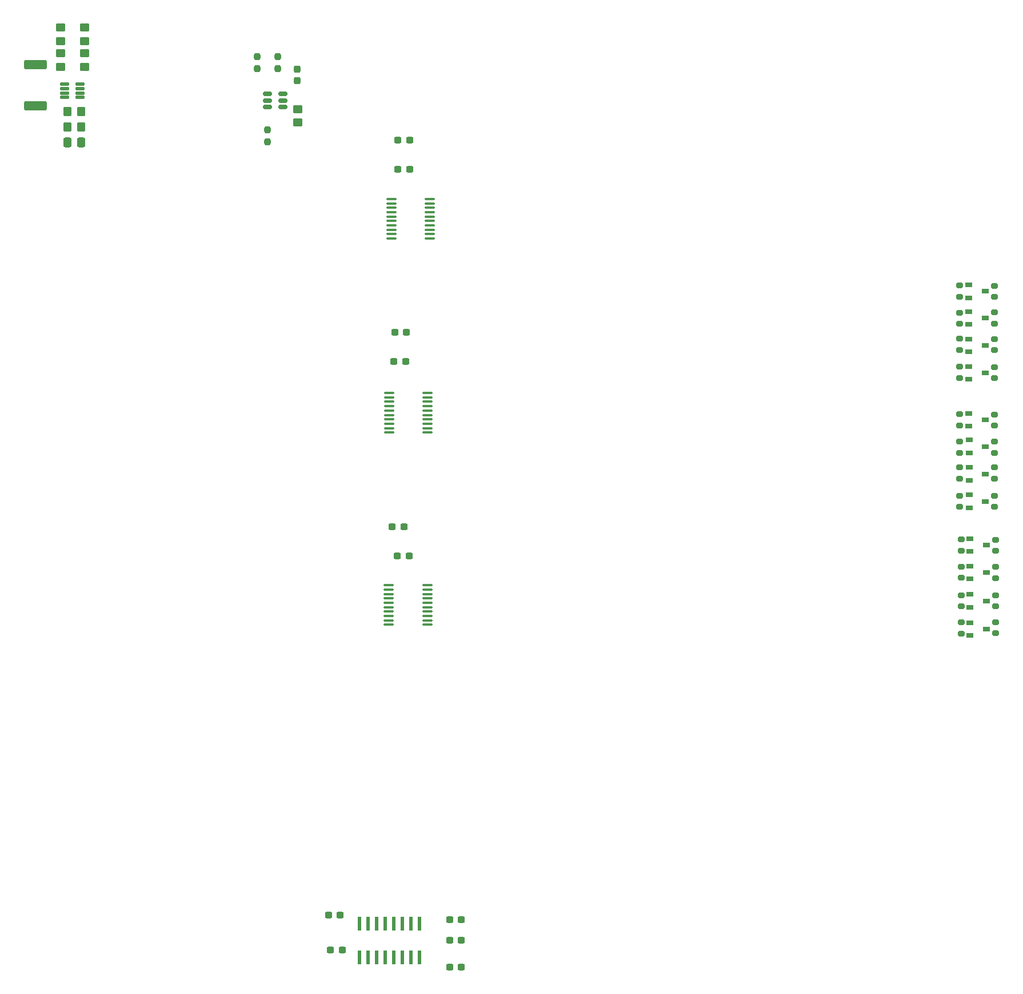
<source format=gtp>
G04 #@! TF.GenerationSoftware,KiCad,Pcbnew,(6.0.1)*
G04 #@! TF.CreationDate,2023-03-07T12:10:13-05:00*
G04 #@! TF.ProjectId,Interconnect,496e7465-7263-46f6-9e6e-6563742e6b69,1.0*
G04 #@! TF.SameCoordinates,Original*
G04 #@! TF.FileFunction,Paste,Top*
G04 #@! TF.FilePolarity,Positive*
%FSLAX46Y46*%
G04 Gerber Fmt 4.6, Leading zero omitted, Abs format (unit mm)*
G04 Created by KiCad (PCBNEW (6.0.1)) date 2023-03-07 12:10:13*
%MOMM*%
%LPD*%
G01*
G04 APERTURE LIST*
G04 Aperture macros list*
%AMRoundRect*
0 Rectangle with rounded corners*
0 $1 Rounding radius*
0 $2 $3 $4 $5 $6 $7 $8 $9 X,Y pos of 4 corners*
0 Add a 4 corners polygon primitive as box body*
4,1,4,$2,$3,$4,$5,$6,$7,$8,$9,$2,$3,0*
0 Add four circle primitives for the rounded corners*
1,1,$1+$1,$2,$3*
1,1,$1+$1,$4,$5*
1,1,$1+$1,$6,$7*
1,1,$1+$1,$8,$9*
0 Add four rect primitives between the rounded corners*
20,1,$1+$1,$2,$3,$4,$5,0*
20,1,$1+$1,$4,$5,$6,$7,0*
20,1,$1+$1,$6,$7,$8,$9,0*
20,1,$1+$1,$8,$9,$2,$3,0*%
G04 Aperture macros list end*
%ADD10RoundRect,0.200000X0.275000X-0.200000X0.275000X0.200000X-0.275000X0.200000X-0.275000X-0.200000X0*%
%ADD11R,1.000000X0.700000*%
%ADD12RoundRect,0.250000X-0.337500X-0.475000X0.337500X-0.475000X0.337500X0.475000X-0.337500X0.475000X0*%
%ADD13RoundRect,0.237500X0.237500X-0.250000X0.237500X0.250000X-0.237500X0.250000X-0.237500X-0.250000X0*%
%ADD14RoundRect,0.100000X-0.637500X-0.100000X0.637500X-0.100000X0.637500X0.100000X-0.637500X0.100000X0*%
%ADD15RoundRect,0.250000X0.350000X0.450000X-0.350000X0.450000X-0.350000X-0.450000X0.350000X-0.450000X0*%
%ADD16RoundRect,0.237500X-0.300000X-0.237500X0.300000X-0.237500X0.300000X0.237500X-0.300000X0.237500X0*%
%ADD17RoundRect,0.249999X1.425001X-0.450001X1.425001X0.450001X-1.425001X0.450001X-1.425001X-0.450001X0*%
%ADD18RoundRect,0.250000X-0.450000X0.350000X-0.450000X-0.350000X0.450000X-0.350000X0.450000X0.350000X0*%
%ADD19RoundRect,0.200000X-0.275000X0.200000X-0.275000X-0.200000X0.275000X-0.200000X0.275000X0.200000X0*%
%ADD20RoundRect,0.237500X0.300000X0.237500X-0.300000X0.237500X-0.300000X-0.237500X0.300000X-0.237500X0*%
%ADD21RoundRect,0.150000X0.512500X0.150000X-0.512500X0.150000X-0.512500X-0.150000X0.512500X-0.150000X0*%
%ADD22RoundRect,0.237500X0.237500X-0.300000X0.237500X0.300000X-0.237500X0.300000X-0.237500X-0.300000X0*%
%ADD23RoundRect,0.041300X-0.253700X0.943700X-0.253700X-0.943700X0.253700X-0.943700X0.253700X0.943700X0*%
%ADD24RoundRect,0.125000X-0.537500X-0.125000X0.537500X-0.125000X0.537500X0.125000X-0.537500X0.125000X0*%
G04 APERTURE END LIST*
D10*
X159043000Y-119184135D03*
X159043000Y-117534135D03*
D11*
X160618278Y-151232880D03*
X160618278Y-153132880D03*
X163018278Y-152182880D03*
D12*
X26884400Y-84312285D03*
X28959400Y-84312285D03*
D13*
X58039000Y-73431635D03*
X58039000Y-71606635D03*
D14*
X74861500Y-92708135D03*
X74861500Y-93358135D03*
X74861500Y-94008135D03*
X74861500Y-94658135D03*
X74861500Y-95308135D03*
X74861500Y-95958135D03*
X74861500Y-96608135D03*
X74861500Y-97258135D03*
X74861500Y-97908135D03*
X74861500Y-98558135D03*
X80586500Y-98558135D03*
X80586500Y-97908135D03*
X80586500Y-97258135D03*
X80586500Y-96608135D03*
X80586500Y-95958135D03*
X80586500Y-95308135D03*
X80586500Y-94658135D03*
X80586500Y-94008135D03*
X80586500Y-93358135D03*
X80586500Y-92708135D03*
D15*
X28900400Y-82026285D03*
X26900400Y-82026285D03*
D16*
X83530982Y-206408000D03*
X85255982Y-206408000D03*
D17*
X22185400Y-78934535D03*
X22185400Y-72834535D03*
D11*
X160458778Y-136500880D03*
X160458778Y-138400880D03*
X162858778Y-137450880D03*
D18*
X25868400Y-67310285D03*
X25868400Y-69310285D03*
D19*
X164253000Y-124604135D03*
X164253000Y-126254135D03*
D11*
X160618278Y-142977880D03*
X160618278Y-144877880D03*
X163018278Y-143927880D03*
D10*
X159273000Y-148784135D03*
X159273000Y-147134135D03*
X159273000Y-153024135D03*
X159273000Y-151374135D03*
D11*
X160443000Y-124409135D03*
X160443000Y-126309135D03*
X162843000Y-125359135D03*
D10*
X159043000Y-130254135D03*
X159043000Y-128604135D03*
D16*
X65850982Y-203868000D03*
X67575982Y-203868000D03*
D18*
X61036200Y-79367735D03*
X61036200Y-81367735D03*
D10*
X159043000Y-126204135D03*
X159043000Y-124554135D03*
D11*
X160458778Y-132436880D03*
X160458778Y-134336880D03*
X162858778Y-133386880D03*
D16*
X83513482Y-199398000D03*
X85238482Y-199398000D03*
D11*
X160618278Y-147041880D03*
X160618278Y-148941880D03*
X163018278Y-147991880D03*
D20*
X77104500Y-112401135D03*
X75379500Y-112401135D03*
D16*
X75764500Y-145495635D03*
X77489500Y-145495635D03*
D10*
X164263000Y-115054135D03*
X164263000Y-113404135D03*
D20*
X76727500Y-141177635D03*
X75002500Y-141177635D03*
D21*
X58790000Y-79057135D03*
X58790000Y-78107135D03*
X58790000Y-77157135D03*
X56515000Y-77157135D03*
X56515000Y-78107135D03*
X56515000Y-79057135D03*
D22*
X60934600Y-75210435D03*
X60934600Y-73485435D03*
D10*
X164353000Y-156979135D03*
X164353000Y-155329135D03*
D19*
X164253000Y-128614135D03*
X164253000Y-130264135D03*
D23*
X79070000Y-200000669D03*
X77800000Y-200000669D03*
X76530000Y-200000669D03*
X75260000Y-200000669D03*
X73990000Y-200000669D03*
X72720000Y-200000669D03*
X71450000Y-200000669D03*
X70180000Y-200000669D03*
X70180000Y-204950669D03*
X71450000Y-204950669D03*
X72720000Y-204950669D03*
X73990000Y-204950669D03*
X75260000Y-204950669D03*
X76530000Y-204950669D03*
X77800000Y-204950669D03*
X79070000Y-204950669D03*
D14*
X74468020Y-149872754D03*
X74468020Y-150522754D03*
X74468020Y-151172754D03*
X74468020Y-151822754D03*
X74468020Y-152472754D03*
X74468020Y-153122754D03*
X74468020Y-153772754D03*
X74468020Y-154422754D03*
X74468020Y-155072754D03*
X74468020Y-155722754D03*
X80193020Y-155722754D03*
X80193020Y-155072754D03*
X80193020Y-154422754D03*
X80193020Y-153772754D03*
X80193020Y-153122754D03*
X80193020Y-152472754D03*
X80193020Y-151822754D03*
X80193020Y-151172754D03*
X80193020Y-150522754D03*
X80193020Y-149872754D03*
D16*
X75279000Y-116719135D03*
X77004000Y-116719135D03*
D13*
X56515000Y-84250135D03*
X56515000Y-82425135D03*
X54991000Y-73431635D03*
X54991000Y-71606635D03*
D15*
X28900400Y-79740285D03*
X26900400Y-79740285D03*
D10*
X159033000Y-115044135D03*
X159033000Y-113394135D03*
X159063000Y-107144135D03*
X159063000Y-105494135D03*
D11*
X160453022Y-109351135D03*
X160453022Y-111251135D03*
X162853022Y-110301135D03*
D10*
X159033000Y-134074135D03*
X159033000Y-132424135D03*
X159273000Y-157024135D03*
X159273000Y-155374135D03*
X159043000Y-138294135D03*
X159043000Y-136644135D03*
X164253000Y-119234135D03*
X164253000Y-117584135D03*
D16*
X83530982Y-202418000D03*
X85255982Y-202418000D03*
D11*
X160618278Y-155423880D03*
X160618278Y-157323880D03*
X163018278Y-156373880D03*
D16*
X75845500Y-88267135D03*
X77570500Y-88267135D03*
D19*
X164243000Y-109504135D03*
X164243000Y-111154135D03*
D11*
X160453000Y-105424135D03*
X160453000Y-107324135D03*
X162853000Y-106374135D03*
D10*
X159273000Y-144744135D03*
X159273000Y-143094135D03*
D19*
X164353000Y-143134135D03*
X164353000Y-144784135D03*
D18*
X29424400Y-71120285D03*
X29424400Y-73120285D03*
D11*
X160458778Y-128372880D03*
X160458778Y-130272880D03*
X162858778Y-129322880D03*
D19*
X164363000Y-147154135D03*
X164363000Y-148804135D03*
D20*
X77570500Y-83949135D03*
X75845500Y-83949135D03*
D19*
X164243000Y-105539135D03*
X164243000Y-107189135D03*
D10*
X164353000Y-152994135D03*
X164353000Y-151344135D03*
X159063000Y-111194135D03*
X159063000Y-109544135D03*
D24*
X26508900Y-75717285D03*
X26508900Y-76367285D03*
X26508900Y-77017285D03*
X26508900Y-77667285D03*
X28783900Y-77667285D03*
X28783900Y-77017285D03*
X28783900Y-76367285D03*
X28783900Y-75717285D03*
D10*
X164263000Y-138254135D03*
X164263000Y-136604135D03*
D18*
X29424400Y-67310285D03*
X29424400Y-69310285D03*
D11*
X160453022Y-113415135D03*
X160453022Y-115315135D03*
X162853022Y-114365135D03*
X160453022Y-117479135D03*
X160453022Y-119379135D03*
X162853022Y-118429135D03*
D14*
X74549000Y-121414135D03*
X74549000Y-122064135D03*
X74549000Y-122714135D03*
X74549000Y-123364135D03*
X74549000Y-124014135D03*
X74549000Y-124664135D03*
X74549000Y-125314135D03*
X74549000Y-125964135D03*
X74549000Y-126614135D03*
X74549000Y-127264135D03*
X80274000Y-127264135D03*
X80274000Y-126614135D03*
X80274000Y-125964135D03*
X80274000Y-125314135D03*
X80274000Y-124664135D03*
X80274000Y-124014135D03*
X80274000Y-123364135D03*
X80274000Y-122714135D03*
X80274000Y-122064135D03*
X80274000Y-121414135D03*
D18*
X25868400Y-71120285D03*
X25868400Y-73120285D03*
D20*
X67295982Y-198708000D03*
X65570982Y-198708000D03*
D10*
X164233000Y-134064135D03*
X164233000Y-132414135D03*
M02*

</source>
